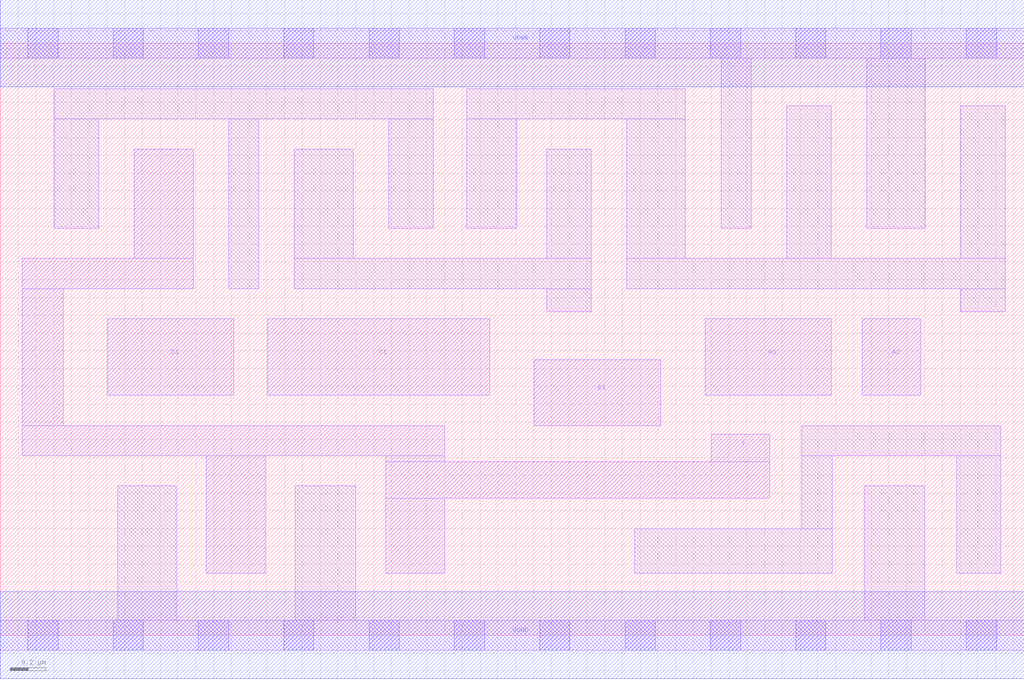
<source format=lef>
# Copyright 2020 The SkyWater PDK Authors
#
# Licensed under the Apache License, Version 2.0 (the "License");
# you may not use this file except in compliance with the License.
# You may obtain a copy of the License at
#
#     https://www.apache.org/licenses/LICENSE-2.0
#
# Unless required by applicable law or agreed to in writing, software
# distributed under the License is distributed on an "AS IS" BASIS,
# WITHOUT WARRANTIES OR CONDITIONS OF ANY KIND, either express or implied.
# See the License for the specific language governing permissions and
# limitations under the License.
#
# SPDX-License-Identifier: Apache-2.0

VERSION 5.5 ;
NAMESCASESENSITIVE ON ;
BUSBITCHARS "[]" ;
DIVIDERCHAR "/" ;
MACRO sky130_fd_sc_ls__a2111oi_2
  CLASS CORE ;
  SOURCE USER ;
  ORIGIN  0.000000  0.000000 ;
  SIZE  5.760000 BY  3.330000 ;
  SYMMETRY X Y ;
  SITE unit ;
  PIN A1
    ANTENNAGATEAREA  0.558000 ;
    DIRECTION INPUT ;
    USE SIGNAL ;
    PORT
      LAYER li1 ;
        RECT 3.965000 1.350000 4.675000 1.780000 ;
    END
  END A1
  PIN A2
    ANTENNAGATEAREA  0.558000 ;
    DIRECTION INPUT ;
    USE SIGNAL ;
    PORT
      LAYER li1 ;
        RECT 4.850000 1.350000 5.180000 1.780000 ;
    END
  END A2
  PIN B1
    ANTENNAGATEAREA  0.447000 ;
    DIRECTION INPUT ;
    USE SIGNAL ;
    PORT
      LAYER li1 ;
        RECT 3.005000 1.180000 3.715000 1.550000 ;
    END
  END B1
  PIN C1
    ANTENNAGATEAREA  0.447000 ;
    DIRECTION INPUT ;
    USE SIGNAL ;
    PORT
      LAYER li1 ;
        RECT 1.505000 1.350000 2.755000 1.780000 ;
    END
  END C1
  PIN D1
    ANTENNAGATEAREA  0.447000 ;
    DIRECTION INPUT ;
    USE SIGNAL ;
    PORT
      LAYER li1 ;
        RECT 0.605000 1.350000 1.315000 1.780000 ;
    END
  END D1
  PIN Y
    ANTENNADIFFAREA  1.027900 ;
    DIRECTION OUTPUT ;
    USE SIGNAL ;
    PORT
      LAYER li1 ;
        RECT 0.125000 1.010000 2.500000 1.180000 ;
        RECT 0.125000 1.180000 0.355000 1.950000 ;
        RECT 0.125000 1.950000 1.085000 2.120000 ;
        RECT 0.755000 2.120000 1.085000 2.735000 ;
        RECT 1.160000 0.350000 1.490000 1.010000 ;
        RECT 2.170000 0.350000 2.500000 0.770000 ;
        RECT 2.170000 0.770000 4.330000 0.975000 ;
        RECT 2.170000 0.975000 2.500000 1.010000 ;
        RECT 4.000000 0.975000 4.330000 1.130000 ;
    END
  END Y
  PIN VGND
    DIRECTION INOUT ;
    SHAPE ABUTMENT ;
    USE GROUND ;
    PORT
      LAYER met1 ;
        RECT 0.000000 -0.245000 5.760000 0.245000 ;
    END
  END VGND
  PIN VNB
    DIRECTION INOUT ;
    USE GROUND ;
    PORT
    END
  END VNB
  PIN VPB
    DIRECTION INOUT ;
    USE POWER ;
    PORT
    END
  END VPB
  PIN VPWR
    DIRECTION INOUT ;
    SHAPE ABUTMENT ;
    USE POWER ;
    PORT
      LAYER met1 ;
        RECT 0.000000 3.085000 5.760000 3.575000 ;
    END
  END VPWR
  OBS
    LAYER li1 ;
      RECT 0.000000 -0.085000 5.760000 0.085000 ;
      RECT 0.000000  3.245000 5.760000 3.415000 ;
      RECT 0.305000  2.290000 0.555000 2.905000 ;
      RECT 0.305000  2.905000 2.435000 3.075000 ;
      RECT 0.660000  0.085000 0.990000 0.840000 ;
      RECT 1.285000  1.950000 1.455000 2.905000 ;
      RECT 1.655000  1.950000 3.325000 2.120000 ;
      RECT 1.655000  2.120000 1.985000 2.735000 ;
      RECT 1.660000  0.085000 2.000000 0.840000 ;
      RECT 2.185000  2.290000 2.435000 2.905000 ;
      RECT 2.625000  2.290000 2.905000 2.905000 ;
      RECT 2.625000  2.905000 3.855000 3.075000 ;
      RECT 3.075000  1.820000 3.325000 1.950000 ;
      RECT 3.075000  2.120000 3.325000 2.735000 ;
      RECT 3.525000  1.950000 5.655000 2.120000 ;
      RECT 3.525000  2.120000 3.855000 2.905000 ;
      RECT 3.570000  0.350000 4.680000 0.600000 ;
      RECT 4.055000  2.290000 4.225000 3.245000 ;
      RECT 4.425000  2.120000 4.675000 2.980000 ;
      RECT 4.510000  0.600000 4.680000 1.010000 ;
      RECT 4.510000  1.010000 5.630000 1.180000 ;
      RECT 4.860000  0.085000 5.200000 0.840000 ;
      RECT 4.875000  2.290000 5.205000 3.245000 ;
      RECT 5.380000  0.350000 5.630000 1.010000 ;
      RECT 5.405000  1.820000 5.655000 1.950000 ;
      RECT 5.405000  2.120000 5.655000 2.980000 ;
    LAYER mcon ;
      RECT 0.155000 -0.085000 0.325000 0.085000 ;
      RECT 0.155000  3.245000 0.325000 3.415000 ;
      RECT 0.635000 -0.085000 0.805000 0.085000 ;
      RECT 0.635000  3.245000 0.805000 3.415000 ;
      RECT 1.115000 -0.085000 1.285000 0.085000 ;
      RECT 1.115000  3.245000 1.285000 3.415000 ;
      RECT 1.595000 -0.085000 1.765000 0.085000 ;
      RECT 1.595000  3.245000 1.765000 3.415000 ;
      RECT 2.075000 -0.085000 2.245000 0.085000 ;
      RECT 2.075000  3.245000 2.245000 3.415000 ;
      RECT 2.555000 -0.085000 2.725000 0.085000 ;
      RECT 2.555000  3.245000 2.725000 3.415000 ;
      RECT 3.035000 -0.085000 3.205000 0.085000 ;
      RECT 3.035000  3.245000 3.205000 3.415000 ;
      RECT 3.515000 -0.085000 3.685000 0.085000 ;
      RECT 3.515000  3.245000 3.685000 3.415000 ;
      RECT 3.995000 -0.085000 4.165000 0.085000 ;
      RECT 3.995000  3.245000 4.165000 3.415000 ;
      RECT 4.475000 -0.085000 4.645000 0.085000 ;
      RECT 4.475000  3.245000 4.645000 3.415000 ;
      RECT 4.955000 -0.085000 5.125000 0.085000 ;
      RECT 4.955000  3.245000 5.125000 3.415000 ;
      RECT 5.435000 -0.085000 5.605000 0.085000 ;
      RECT 5.435000  3.245000 5.605000 3.415000 ;
  END
END sky130_fd_sc_ls__a2111oi_2
END LIBRARY

</source>
